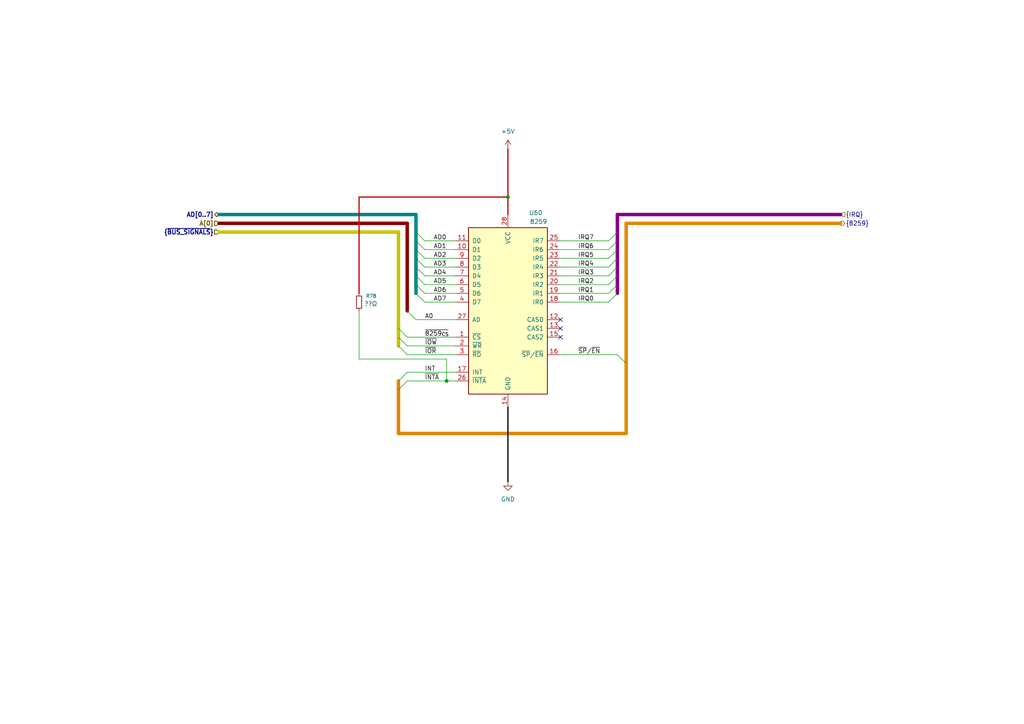
<source format=kicad_sch>
(kicad_sch (version 20250114) (generator "eeschema") (generator_version "9.0")
  (paper "A4")
  (lib_symbols
    (symbol "Interface:8259" (pin_names (offset 1.016))
      (property "Reference" "U" (at -10.16 25.4 0))
      (property "Value" "8259" (at 8.89 25.4 0))
      (symbol "8259_0_1"
        (rectangle (start -11.43 24.13) (end 11.43 -24.13) (stroke (width 0.254)) (fill (type background)))
      )
      (symbol "8259_1_1"
        (pin bidirectional line (at -15.24 20.32 0) (length 3.81) (name "D0") (number "11"))
        (pin bidirectional line (at -15.24 17.78 0) (length 3.81) (name "D1") (number "10"))
        (pin bidirectional line (at -15.24 15.24 0) (length 3.81) (name "D2") (number "9"))
        (pin bidirectional line (at -15.24 12.7 0) (length 3.81) (name "D3") (number "8"))
        (pin bidirectional line (at -15.24 10.16 0) (length 3.81) (name "D4") (number "7"))
        (pin bidirectional line (at -15.24 7.62 0) (length 3.81) (name "D5") (number "6"))
        (pin bidirectional line (at -15.24 5.08 0) (length 3.81) (name "D6") (number "5"))
        (pin bidirectional line (at -15.24 2.54 0) (length 3.81) (name "D7") (number "4"))
        (pin input line (at -15.24 -2.54 0) (length 3.81) (name "A0") (number "27"))
        (pin input line (at -15.24 -7.62 0) (length 3.81) (name "~{CS}") (number "1"))
        (pin input line (at -15.24 -10.16 0) (length 3.81) (name "~{WR}") (number "2"))
        (pin input line (at -15.24 -12.7 0) (length 3.81) (name "~{RD}") (number "3"))
        (pin output line (at -15.24 -17.78 0) (length 3.81) (name "INT") (number "17"))
        (pin input line (at -15.24 -20.32 0) (length 3.81) (name "~{INTA}") (number "26"))
        (pin power_in line (at 0 27.94 270) (length 3.81) (name "VCC") (number "28"))
        (pin power_in line (at 0 -27.94 90) (length 3.81) (name "GND") (number "14"))
        (pin input line (at 15.24 20.32 180) (length 3.81) (name "IR7") (number "25"))
        (pin input line (at 15.24 17.78 180) (length 3.81) (name "IR6") (number "24"))
        (pin input line (at 15.24 15.24 180) (length 3.81) (name "IR5") (number "23"))
        (pin input line (at 15.24 12.7 180) (length 3.81) (name "IR4") (number "22"))
        (pin input line (at 15.24 10.16 180) (length 3.81) (name "IR3") (number "21"))
        (pin input line (at 15.24 7.62 180) (length 3.81) (name "IR2") (number "20"))
        (pin input line (at 15.24 5.08 180) (length 3.81) (name "IR1") (number "19"))
        (pin input line (at 15.24 2.54 180) (length 3.81) (name "IR0") (number "18"))
        (pin input line (at 15.24 -2.54 180) (length 3.81) (name "CAS0") (number "12"))
        (pin output line (at 15.24 -5.08 180) (length 3.81) (name "CAS1") (number "13"))
        (pin output line (at 15.24 -7.62 180) (length 3.81) (name "CAS2") (number "15"))
        (pin bidirectional line (at 15.24 -12.7 180) (length 3.81) (name "~{SP}/~{EN}") (number "16"))
      )
    )
    (symbol "R_Small_1" (pin_numbers (hide yes)) (pin_names (offset 0.254) (hide yes))
      (property "Reference" "R" (at 0 0 90))
      (property "Value" "R_Small" (at 1.778 0 90))
      (symbol "R_Small_1_0_1"
        (rectangle (start -0.762 1.778) (end 0.762 -1.778) (stroke (width 0.2032)))
      )
      (symbol "R_Small_1_1_1"
        (pin passive line (at 0 2.54 270) (length 0.762) (name "~") (number "1"))
        (pin passive line (at 0 -2.54 90) (length 0.762) (name "~") (number "2"))
      )
    )
    (symbol "power:+5V" (power) (pin_numbers (hide yes)) (pin_names (offset 0) (hide yes))
      (property "Value" "+5V" (at 0 3.556 0))
      (symbol "+5V_0_1"
        (polyline (pts (xy -0.762 1.27) (xy 0 2.54)))
        (polyline (pts (xy 0 2.54) (xy 0.762 1.27)))
        (polyline (pts (xy 0 0) (xy 0 2.54)))
      )
      (symbol "+5V_1_1"
        (pin power_in line (at 0 0 90) (length 0) (name "~") (number "1"))
      )
    )
    (symbol "power:GND" (power) (pin_numbers (hide yes)) (pin_names (offset 0) (hide yes))
      (property "Value" "GND" (at 0 -3.81 0))
      (symbol "GND_0_1"
        (polyline (pts (xy 0 0) (xy 0 -1.27) (xy 1.27 -1.27) (xy 0 -2.54) (xy -1.27 -1.27) (xy 0 -1.27)))
      )
      (symbol "GND_1_1"
        (pin power_in line (at 0 0 270) (length 0) (name "~") (number "1"))
      )
    )
  )
  (bus_alias "8259" (members "INT" "~{INTA}" "~{SP}/~{EN}"))
  (bus_alias "A_BUS" (members "AD[0..7]" "~{MEMR}" "~{MEMW}" "~{IORD}" "~{IOW}"))
  (bus_alias "IRQ" (members "IRQ0" "IRQ1" "IRQ2" "IRQ3" "IRQ4" "IRQ5" "IRQ6" "IRQ7"))
  (bus_alias "X_BUS" (members "~{XMEMR}" "~{XMEMW}" "~{XIOR}" "~{XIOW}" "XD[0..7]"))
  (junction (at 147.32 57.15))
  (junction (at 129.54 110.49))
  (no_connect (at 162.56 92.71))
  (no_connect (at 162.56 97.79))
  (no_connect (at 162.56 95.25))
  (bus_entry (at 120.65 82.55) (size 2.54 2.54))
  (bus_entry (at 120.65 69.85) (size 2.54 2.54))
  (bus_entry (at 120.65 80.01) (size 2.54 2.54))
  (bus_entry (at 118.11 90.17) (size 2.54 2.54))
  (bus_entry (at 120.65 72.39) (size 2.54 2.54))
  (bus_entry (at 115.57 97.79) (size 2.54 2.54))
  (bus_entry (at 181.61 105.41) (size -2.54 -2.54))
  (bus_entry (at 179.07 77.47) (size -2.54 2.54))
  (bus_entry (at 120.65 77.47) (size 2.54 2.54))
  (bus_entry (at 179.07 72.39) (size -2.54 2.54))
  (bus_entry (at 179.07 69.85) (size -2.54 2.54))
  (bus_entry (at 115.57 110.49) (size 2.54 -2.54))
  (bus_entry (at 120.65 74.93) (size 2.54 2.54))
  (bus_entry (at 179.07 82.55) (size -2.54 2.54))
  (bus_entry (at 120.65 67.31) (size 2.54 2.54))
  (bus_entry (at 179.07 85.09) (size -2.54 2.54))
  (bus_entry (at 179.07 74.93) (size -2.54 2.54))
  (bus_entry (at 179.07 67.31) (size -2.54 2.54))
  (bus_entry (at 115.57 113.03) (size 2.54 -2.54))
  (bus_entry (at 115.57 95.25) (size 2.54 2.54))
  (bus_entry (at 115.57 100.33) (size 2.54 2.54))
  (bus_entry (at 179.07 80.01) (size -2.54 2.54))
  (bus_entry (at 120.65 85.09) (size 2.54 2.54))
  (bus (pts (xy 120.65 62.23) (xy 120.65 67.31)) (stroke (width 1) (color 0 132 132 1)))
  (wire (pts (xy 123.19 69.85) (xy 132.08 69.85)))
  (bus (pts (xy 179.07 74.93) (xy 179.07 77.47)) (stroke (width 1) (color 132 0 132 1)))
  (bus (pts (xy 63.5 62.23) (xy 120.65 62.23)) (stroke (width 1) (color 0 132 132 1)))
  (wire (pts (xy 162.56 77.47) (xy 176.53 77.47)))
  (wire (pts (xy 118.11 100.33) (xy 132.08 100.33)))
  (wire (pts (xy 104.14 104.14) (xy 129.54 104.14)))
  (wire (pts (xy 104.14 57.15) (xy 147.32 57.15)) (stroke (width 0.35) (color 194 0 0 1)))
  (bus (pts (xy 179.07 69.85) (xy 179.07 72.39)) (stroke (width 1) (color 132 0 132 1)))
  (wire (pts (xy 162.56 74.93) (xy 176.53 74.93)))
  (wire (pts (xy 118.11 102.87) (xy 132.08 102.87)))
  (bus (pts (xy 179.07 72.39) (xy 179.07 74.93)) (stroke (width 1) (color 132 0 132 1)))
  (wire (pts (xy 162.56 102.87) (xy 179.07 102.87)))
  (wire (pts (xy 123.19 74.93) (xy 132.08 74.93)))
  (wire (pts (xy 147.32 43.18) (xy 147.32 57.15)) (stroke (width 0.35) (color 194 0 0 1)))
  (bus (pts (xy 120.65 77.47) (xy 120.65 80.01)) (stroke (width 1) (color 0 132 132 1)))
  (bus (pts (xy 179.07 77.47) (xy 179.07 80.01)) (stroke (width 1) (color 132 0 132 1)))
  (wire (pts (xy 162.56 80.01) (xy 176.53 80.01)))
  (bus (pts (xy 118.11 64.77) (xy 118.11 90.17)) (stroke (width 1) (color 132 0 0 1)))
  (bus (pts (xy 120.65 80.01) (xy 120.65 82.55)) (stroke (width 1) (color 0 132 132 1)))
  (wire (pts (xy 104.14 104.14) (xy 104.14 90.17)))
  (wire (pts (xy 123.19 77.47) (xy 132.08 77.47)))
  (bus (pts (xy 115.57 113.03) (xy 115.57 125.73)) (stroke (width 1) (color 221 133 0 1)))
  (bus (pts (xy 179.07 80.01) (xy 179.07 82.55)) (stroke (width 1) (color 132 0 132 1)))
  (wire (pts (xy 123.19 72.39) (xy 132.08 72.39)))
  (wire (pts (xy 147.32 118.11) (xy 147.32 139.7)) (stroke (width 0.35) (color 0 0 0 1)))
  (wire (pts (xy 147.32 57.15) (xy 147.32 62.23)) (stroke (width 0.35) (color 194 0 0 1)))
  (bus (pts (xy 181.61 105.41) (xy 181.61 125.73)) (stroke (width 1) (color 221 133 0 1)))
  (wire (pts (xy 118.11 107.95) (xy 132.08 107.95)))
  (wire (pts (xy 162.56 69.85) (xy 176.53 69.85)))
  (bus (pts (xy 120.65 69.85) (xy 120.65 72.39)) (stroke (width 1) (color 0 132 132 1)))
  (wire (pts (xy 123.19 82.55) (xy 132.08 82.55)))
  (wire (pts (xy 120.65 92.71) (xy 132.08 92.71)))
  (bus (pts (xy 179.07 62.23) (xy 243.84 62.23)) (stroke (width 1) (color 132 0 132 1)))
  (bus (pts (xy 115.57 67.31) (xy 63.5 67.31)) (stroke (width 1) (color 194 194 0 1)))
  (wire (pts (xy 129.54 104.14) (xy 129.54 110.49)))
  (bus (pts (xy 63.5 64.77) (xy 118.11 64.77)) (stroke (width 1) (color 132 0 0 1)))
  (wire (pts (xy 162.56 72.39) (xy 176.53 72.39)))
  (bus (pts (xy 120.65 67.31) (xy 120.65 69.85)) (stroke (width 1) (color 0 132 132 1)))
  (wire (pts (xy 118.11 110.49) (xy 129.54 110.49)))
  (wire (pts (xy 123.19 85.09) (xy 132.08 85.09)))
  (wire (pts (xy 162.56 85.09) (xy 176.53 85.09)))
  (wire (pts (xy 123.19 87.63) (xy 132.08 87.63)))
  (bus (pts (xy 120.65 72.39) (xy 120.65 74.93)) (stroke (width 1) (color 0 132 132 1)))
  (bus (pts (xy 120.65 74.93) (xy 120.65 77.47)) (stroke (width 1) (color 0 132 132 1)))
  (bus (pts (xy 115.57 110.49) (xy 115.57 113.03)) (stroke (width 1) (color 221 133 0 1)))
  (wire (pts (xy 123.19 80.01) (xy 132.08 80.01)))
  (bus (pts (xy 181.61 64.77) (xy 181.61 105.41)) (stroke (width 1) (color 221 133 0 1)))
  (bus (pts (xy 115.57 97.79) (xy 115.57 100.33)) (stroke (width 1) (color 194 194 0 1)))
  (bus (pts (xy 115.57 67.31) (xy 115.57 95.25)) (stroke (width 1) (color 194 194 0 1)))
  (bus (pts (xy 179.07 67.31) (xy 179.07 69.85)) (stroke (width 1) (color 132 0 132 1)))
  (bus (pts (xy 115.57 125.73) (xy 181.61 125.73)) (stroke (width 1) (color 221 133 0 1)))
  (bus (pts (xy 179.07 82.55) (xy 179.07 85.09)) (stroke (width 1) (color 132 0 132 1)))
  (bus (pts (xy 120.65 82.55) (xy 120.65 85.09)) (stroke (width 1) (color 0 132 132 1)))
  (wire (pts (xy 118.11 97.79) (xy 132.08 97.79)))
  (wire (pts (xy 104.14 57.15) (xy 104.14 85.09)) (stroke (width 0.35) (color 194 0 0 1)))
  (bus (pts (xy 181.61 64.77) (xy 243.84 64.77)) (stroke (width 1) (color 221 133 0 1)))
  (bus (pts (xy 179.07 62.23) (xy 179.07 67.31)) (stroke (width 1) (color 132 0 132 1)))
  (bus (pts (xy 115.57 95.25) (xy 115.57 97.79)) (stroke (width 1) (color 194 194 0 1)))
  (wire (pts (xy 162.56 87.63) (xy 176.53 87.63)))
  (wire (pts (xy 162.56 82.55) (xy 176.53 82.55)))
  (wire (pts (xy 129.54 110.49) (xy 132.08 110.49)))
  (label "~{SP}{slash}~{EN}" (at 167.64 102.87 0))
  (label "AD0" (at 125.73 69.85 0))
  (label "IRQ3" (at 167.64 80.01 0))
  (label "IRQ5" (at 167.64 74.93 0))
  (label "AD2" (at 125.73 74.93 0))
  (label "INT" (at 123.19 107.95 0))
  (label "~{IOR}" (at 123.19 102.87 0))
  (label "AD3" (at 125.73 77.47 0))
  (label "AD4" (at 125.73 80.01 0))
  (label "IRQ2" (at 167.64 82.55 0))
  (label "AD1" (at 125.73 72.39 0))
  (label "A0" (at 123.19 92.71 0))
  (label "IRQ0" (at 167.64 87.63 0))
  (label "IRQ1" (at 167.64 85.09 0))
  (label "~{8259_{CS}}" (at 123.19 97.79 0))
  (label "AD5" (at 125.73 82.55 0))
  (label "IRQ7" (at 167.64 69.85 0))
  (label "IRQ4" (at 167.64 77.47 0))
  (label "AD6" (at 125.73 85.09 0))
  (label "~{IOW}" (at 123.19 100.33 0))
  (label "AD7" (at 125.73 87.63 0))
  (label "~{INTA}" (at 123.19 110.49 0))
  (label "IRQ6" (at 167.64 72.39 0))
  (hierarchical_label "{IRQ}" (shape input) (at 243.84 62.23 0))
  (hierarchical_label "AD[0..7]" (shape bidirectional) (at 63.5 62.23 180) (effects (font (thickness 0.254) (bold yes))))
  (hierarchical_label "{8259}" (shape output) (at 243.84 64.77 0))
  (hierarchical_label "{~{BUS_SIGNALS}}" (shape input) (at 63.5 67.31 180) (effects (font (thickness 0.254) (bold yes))))
  (hierarchical_label "A[0]" (shape input) (at 63.5 64.77 180) (effects (font (thickness 0.254) (bold yes))))
  (symbol (lib_name "R_Small_1") (lib_id "Device:R_Small") (at 104.14 87.63 180) (unit 1)
    (property "Reference" "R78" (at 109.22 85.852 0) (effects (font (size 1.016 1.016)) (justify left)))
    (property "Value" "??Ω" (at 109.474 88.138 0) (effects (justify left)))
    (property "Footprint" "seequa_footprints:R_Seequa_Resistor" (effects (hide yes)))
    (property "Description" "Resistor, small symbol" (effects (hide yes)))
  )
  (symbol (lib_id "power:+5V") (at 147.32 43.18 0) (unit 1)
    (property "Reference" "#PWR049" (effects (hide yes)))
    (property "Value" "+5V" (at 147.32 38.1 0))
    (property "Description" "Power symbol creates a global label with name \"+5V\"" (effects (hide yes)))
  )
  (symbol (lib_id "power:GND") (at 147.32 139.7 0) (unit 1)
    (property "Reference" "#PWR05" (effects (hide yes)))
    (property "Value" "GND" (at 147.32 144.78 0))
    (property "Description" "Power symbol creates a global label with name \"GND\" , ground" (effects (hide yes)))
  )
  (symbol (lib_id "Interface:8259") (at 147.32 90.17 0) (unit 1)
    (property "Reference" "U60" (at 153.416 61.722 0) (effects (justify left)))
    (property "Value" "8259" (at 153.67 64.262 0) (effects (justify left)))
    (property "Footprint" "Package_DIP:DIP-28_W15.24mm" (effects (hide yes)))
    (property "Datasheet" "http://pdos.csail.mit.edu/6.828/2005/readings/hardware/8259A.pdf" (effects (hide yes)))
    (property "Description" "8259, Programmable Interrupt Controller, PDIP-28" (effects (hide yes)))
  )
)
</source>
